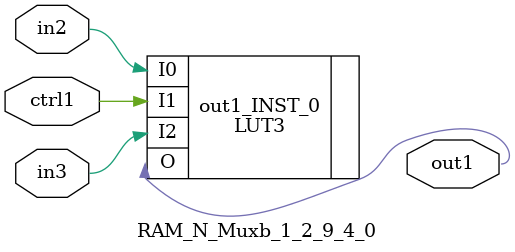
<source format=v>
`timescale 1 ps / 1 ps

(* STRUCTURAL_NETLIST = "yes" *)
module RAM_N_Muxb_1_2_9_4_0
   (in3,
    in2,
    ctrl1,
    out1);
  input in3;
  input in2;
  input ctrl1;
  output out1;

  wire ctrl1;
  wire in2;
  wire in3;
  wire out1;

LUT3 #(
    .INIT(8'hB8)) 
     out1_INST_0
       (.I0(in2),
        .I1(ctrl1),
        .I2(in3),
        .O(out1));
endmodule


</source>
